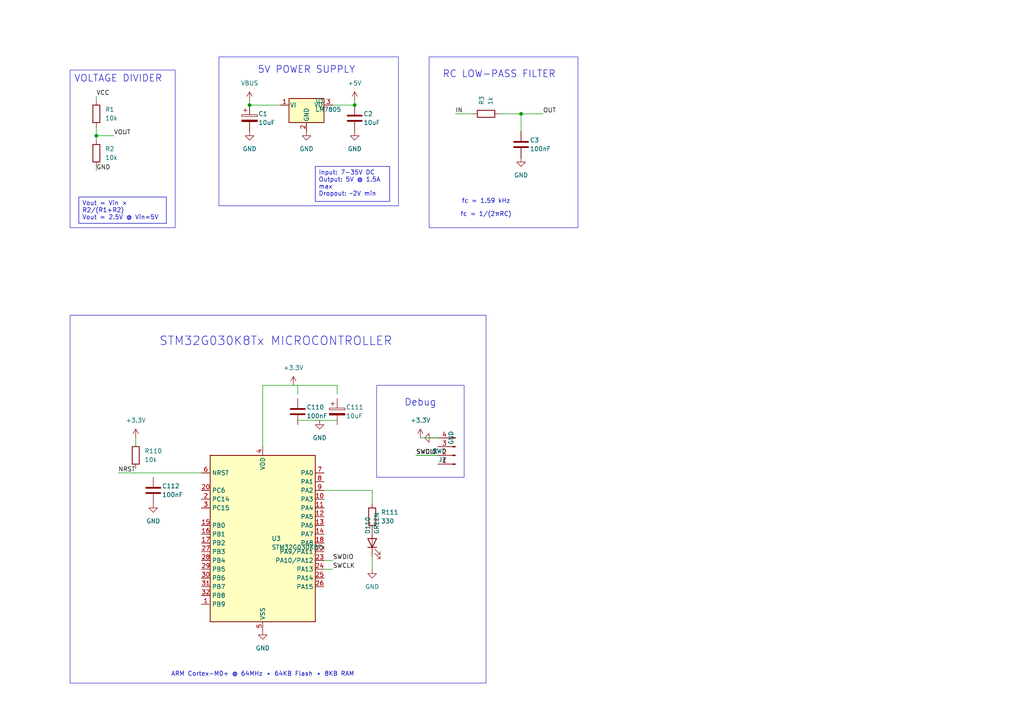
<source format=kicad_sch>
(kicad_sch (version 20250114) (generator "eeschema") (generator_version "9.0")
  (paper "A4")
  (title_block (title "Demo_All_Circuits"))
  (lib_symbols
    (symbol "Device:R" (pin_numbers (hide yes)) (pin_names (offset 0))
      (property "Reference" "R" (at 2.032 0 90))
      (property "Value" "R" (at 0 0 90))
      (symbol "R_0_1"
        (rectangle (start -1.016 -2.54) (end 1.016 2.54) (stroke (width 0.254)))
      )
      (symbol "R_1_1"
        (pin passive line (at 0 3.81 270) (length 1.27) (name "~") (number "1"))
        (pin passive line (at 0 -3.81 90) (length 1.27) (name "~") (number "2"))
      )
    )
    (symbol "Device:C_Polarized" (pin_numbers (hide yes)) (pin_names (offset 0.254))
      (property "Reference" "C" (at 0.635 2.54 0))
      (property "Value" "C_Polarized" (at 0.635 -2.54 0))
      (symbol "C_Polarized_0_1"
        (rectangle (start -2.286 0.508) (end 2.286 1.016))
        (polyline (pts (xy -1.778 2.286) (xy -0.762 2.286)))
        (polyline (pts (xy -1.27 2.794) (xy -1.27 1.778)))
        (rectangle (start 2.286 -0.508) (end -2.286 -1.016) (fill (type outline)))
      )
      (symbol "C_Polarized_1_1"
        (pin passive line (at 0 3.81 270) (length 2.794) (name "~") (number "1"))
        (pin passive line (at 0 -3.81 90) (length 2.794) (name "~") (number "2"))
      )
    )
    (symbol "Regulator_Linear:LM7805_TO220" (pin_names (offset 0.254))
      (property "Reference" "U" (at -3.81 3.175 0))
      (property "Value" "LM7805_TO220" (at 0 3.175 0))
      (symbol "LM7805_TO220_0_1"
        (rectangle (start -5.08 1.905) (end 5.08 -5.08) (stroke (width 0.254)) (fill (type background)))
      )
      (symbol "LM7805_TO220_1_1"
        (pin power_in line (at -7.62 0 0) (length 2.54) (name "VI") (number "1"))
        (pin power_in line (at 0 -7.62 90) (length 2.54) (name "GND") (number "2"))
        (pin power_out line (at 7.62 0 180) (length 2.54) (name "VO") (number "3"))
      )
    )
    (symbol "Device:C" (pin_numbers (hide yes)) (pin_names (offset 0.254))
      (property "Reference" "C" (at 0.635 2.54 0))
      (property "Value" "C" (at 0.635 -2.54 0))
      (symbol "C_0_1"
        (polyline (pts (xy -2.032 0.762) (xy 2.032 0.762)) (stroke (width 0.508)))
        (polyline (pts (xy -2.032 -0.762) (xy 2.032 -0.762)) (stroke (width 0.508)))
      )
      (symbol "C_1_1"
        (pin passive line (at 0 3.81 270) (length 2.794) (name "~") (number "1"))
        (pin passive line (at 0 -3.81 90) (length 2.794) (name "~") (number "2"))
      )
    )
    (symbol "power:VBUS" (power) (pin_numbers (hide yes)) (pin_names (offset 0) (hide yes))
      (property "Value" "VBUS" (at 0 3.556 0))
      (symbol "VBUS_0_1"
        (polyline (pts (xy -0.762 1.27) (xy 0 2.54)))
        (polyline (pts (xy 0 2.54) (xy 0.762 1.27)))
        (polyline (pts (xy 0 0) (xy 0 2.54)))
      )
      (symbol "VBUS_1_1"
        (pin power_in line (at 0 0 90) (length 0) (name "~") (number "1"))
      )
    )
    (symbol "power:+5V" (power) (pin_numbers (hide yes)) (pin_names (offset 0) (hide yes))
      (property "Value" "+5V" (at 0 3.556 0))
      (symbol "+5V_0_1"
        (polyline (pts (xy -0.762 1.27) (xy 0 2.54)))
        (polyline (pts (xy 0 2.54) (xy 0.762 1.27)))
        (polyline (pts (xy 0 0) (xy 0 2.54)))
      )
      (symbol "+5V_1_1"
        (pin power_in line (at 0 0 90) (length 0) (name "~") (number "1"))
      )
    )
    (symbol "power:GND" (power) (pin_numbers (hide yes)) (pin_names (offset 0) (hide yes))
      (property "Value" "GND" (at 0 -3.81 0))
      (symbol "GND_0_1"
        (polyline (pts (xy 0 0) (xy 0 -1.27) (xy 1.27 -1.27) (xy 0 -2.54) (xy -1.27 -1.27) (xy 0 -1.27)))
      )
      (symbol "GND_1_1"
        (pin power_in line (at 0 0 270) (length 0) (name "~") (number "1"))
      )
    )
    (symbol "MCU_ST_STM32G0:STM32G030K8Tx"
      (property "Reference" "U" (at -15.24 26.67 0))
      (property "Value" "STM32G030K8Tx" (at 2.54 26.67 0))
      (symbol "STM32G030K8Tx_0_1"
        (rectangle (start -15.24 -22.86) (end 15.24 25.4) (stroke (width 0.254)) (fill (type background)))
      )
      (symbol "STM32G030K8Tx_1_1"
        (pin input line (at -17.78 20.32 0) (length 2.54) (name "NRST") (number "6"))
        (pin bidirectional line (at -17.78 15.24 0) (length 2.54) (name "PC6") (number "20"))
        (pin bidirectional line (at -17.78 12.7 0) (length 2.54) (name "PC14") (number "2"))
        (pin bidirectional line (at -17.78 10.16 0) (length 2.54) (name "PC15") (number "3"))
        (pin bidirectional line (at -17.78 5.08 0) (length 2.54) (name "PB0") (number "15"))
        (pin bidirectional line (at -17.78 2.54 0) (length 2.54) (name "PB1") (number "16"))
        (pin bidirectional line (at -17.78 0 0) (length 2.54) (name "PB2") (number "17"))
        (pin bidirectional line (at -17.78 -2.54 0) (length 2.54) (name "PB3") (number "27"))
        (pin bidirectional line (at -17.78 -5.08 0) (length 2.54) (name "PB4") (number "28"))
        (pin bidirectional line (at -17.78 -7.62 0) (length 2.54) (name "PB5") (number "29"))
        (pin bidirectional line (at -17.78 -10.16 0) (length 2.54) (name "PB6") (number "30"))
        (pin bidirectional line (at -17.78 -12.7 0) (length 2.54) (name "PB7") (number "31"))
        (pin bidirectional line (at -17.78 -15.24 0) (length 2.54) (name "PB8") (number "32"))
        (pin bidirectional line (at -17.78 -17.78 0) (length 2.54) (name "PB9") (number "1"))
        (pin no_connect line (at -15.24 -20.32 0) (length 2.54) (hide yes) (name "NC/PA10") (number "21"))
        (pin no_connect line (at -15.24 -22.86 0) (length 2.54) (hide yes) (name "NC/PA9") (number "19"))
        (pin power_in line (at 0 27.94 270) (length 2.54) (name "VDD") (number "4"))
        (pin power_in line (at 0 -25.4 90) (length 2.54) (name "VSS") (number "5"))
        (pin bidirectional line (at 17.78 20.32 180) (length 2.54) (name "PA0") (number "7"))
        (pin bidirectional line (at 17.78 17.78 180) (length 2.54) (name "PA1") (number "8"))
        (pin bidirectional line (at 17.78 15.24 180) (length 2.54) (name "PA2") (number "9"))
        (pin bidirectional line (at 17.78 12.7 180) (length 2.54) (name "PA3") (number "10"))
        (pin bidirectional line (at 17.78 10.16 180) (length 2.54) (name "PA4") (number "11"))
        (pin bidirectional line (at 17.78 7.62 180) (length 2.54) (name "PA5") (number "12"))
        (pin bidirectional line (at 17.78 5.08 180) (length 2.54) (name "PA6") (number "13"))
        (pin bidirectional line (at 17.78 2.54 180) (length 2.54) (name "PA7") (number "14"))
        (pin bidirectional line (at 17.78 0 180) (length 2.54) (name "PA8") (number "18"))
        (pin bidirectional line (at 17.78 -2.54 180) (length 2.54) (name "PA9/PA11") (number "22"))
        (pin bidirectional line (at 17.78 -5.08 180) (length 2.54) (name "PA10/PA12") (number "23"))
        (pin bidirectional line (at 17.78 -7.62 180) (length 2.54) (name "PA13") (number "24"))
        (pin bidirectional line (at 17.78 -10.16 180) (length 2.54) (name "PA14") (number "25"))
        (pin bidirectional line (at 17.78 -12.7 180) (length 2.54) (name "PA15") (number "26"))
      )
    )
    (symbol "Device:LED" (pin_numbers (hide yes)) (pin_names (offset 1.016) (hide yes))
      (property "Reference" "D" (at 0 2.54 0))
      (property "Value" "LED" (at 0 -2.54 0))
      (symbol "LED_0_1"
        (polyline (pts (xy -3.048 -0.762) (xy -4.572 -2.286) (xy -3.81 -2.286) (xy -4.572 -2.286) (xy -4.572 -1.524)))
        (polyline (pts (xy -1.778 -0.762) (xy -3.302 -2.286) (xy -2.54 -2.286) (xy -3.302 -2.286) (xy -3.302 -1.524)))
        (polyline (pts (xy -1.27 0) (xy 1.27 0)))
        (polyline (pts (xy -1.27 -1.27) (xy -1.27 1.27)) (stroke (width 0.254)))
        (polyline (pts (xy 1.27 -1.27) (xy 1.27 1.27) (xy -1.27 0) (xy 1.27 -1.27)) (stroke (width 0.254)))
      )
      (symbol "LED_1_1"
        (pin passive line (at -3.81 0 0) (length 2.54) (name "K") (number "1"))
        (pin passive line (at 3.81 0 180) (length 2.54) (name "A") (number "2"))
      )
    )
    (symbol "Connector:Conn_01x04_Pin" (pin_names (offset 1.016) (hide yes))
      (property "Reference" "J" (at 0 5.08 0))
      (property "Value" "Conn_01x04_Pin" (at 0 -7.62 0))
      (symbol "Conn_01x04_Pin_1_1"
        (rectangle (start 0.8636 2.667) (end 0 2.413) (stroke (width 0.1524)) (fill (type outline)))
        (rectangle (start 0.8636 0.127) (end 0 -0.127) (stroke (width 0.1524)) (fill (type outline)))
        (rectangle (start 0.8636 -2.413) (end 0 -2.667) (stroke (width 0.1524)) (fill (type outline)))
        (rectangle (start 0.8636 -4.953) (end 0 -5.207) (stroke (width 0.1524)) (fill (type outline)))
        (polyline (pts (xy 1.27 2.54) (xy 0.8636 2.54)) (stroke (width 0.1524)))
        (polyline (pts (xy 1.27 0) (xy 0.8636 0)) (stroke (width 0.1524)))
        (polyline (pts (xy 1.27 -2.54) (xy 0.8636 -2.54)) (stroke (width 0.1524)))
        (polyline (pts (xy 1.27 -5.08) (xy 0.8636 -5.08)) (stroke (width 0.1524)))
        (pin passive line (at 5.08 2.54 180) (length 3.81) (name "Pin_1") (number "1"))
        (pin passive line (at 5.08 0 180) (length 3.81) (name "Pin_2") (number "2"))
        (pin passive line (at 5.08 -2.54 180) (length 3.81) (name "Pin_3") (number "3"))
        (pin passive line (at 5.08 -5.08 180) (length 3.81) (name "Pin_4") (number "4"))
      )
    )
    (symbol "power:+3.3V" (power) (pin_numbers (hide yes)) (pin_names (offset 0) (hide yes))
      (property "Value" "+3.3V" (at 0 3.556 0))
      (symbol "+3.3V_0_1"
        (polyline (pts (xy -0.762 1.27) (xy 0 2.54)))
        (polyline (pts (xy 0 2.54) (xy 0.762 1.27)))
        (polyline (pts (xy 0 0) (xy 0 2.54)))
      )
      (symbol "+3.3V_1_1"
        (pin power_in line (at 0 0 90) (length 0) (name "~") (number "1"))
      )
    )
  )
  (symbol (lib_id "Device:R") (at 27.94 33.02 0) (unit 1)
    (property "Reference" "R1" (at 30.48 31.7499 0) (effects (justify left)))
    (property "Value" "10k" (at 30.48 34.2899 0) (effects (justify left)))
  )
  (symbol (lib_id "Device:R") (at 27.94 44.45 0) (unit 1)
    (property "Reference" "R2" (at 30.48 43.1799 0) (effects (justify left)))
    (property "Value" "10k" (at 30.48 45.7199 0) (effects (justify left)))
  )
  (symbol (lib_id "Device:C_Polarized") (at 72.39 34.29 0) (unit 1)
    (property "Reference" "C1" (at 74.93 33.0199 0) (effects (justify left)))
    (property "Value" "10uF" (at 74.93 35.5599 0) (effects (justify left)))
  )
  (symbol (lib_id "Regulator_Linear:LM7805_TO220") (at 88.9 30.48 0) (unit 1)
    (property "Reference" "U1" (at 91.44 29.2099 0) (effects (justify left)))
    (property "Value" "LM7805" (at 91.44 31.7499 0) (effects (justify left)))
  )
  (symbol (lib_id "Device:C") (at 102.87 34.29 0) (unit 1)
    (property "Reference" "C2" (at 105.41 33.0199 0) (effects (justify left)))
    (property "Value" "10uF" (at 105.41 35.5599 0) (effects (justify left)))
  )
  (symbol (lib_id "power:VBUS") (at 72.39 29.21 0) (unit 1)
    (property "Reference" "#PWR01" (effects (hide yes)))
    (property "Value" "VBUS" (at 72.39 24.13 0))
  )
  (symbol (lib_id "power:+5V") (at 102.87 29.21 0) (unit 1)
    (property "Reference" "#PWR02" (effects (hide yes)))
    (property "Value" "+5V" (at 102.87 24.13 0))
  )
  (symbol (lib_id "power:GND") (at 72.39 38.1 0) (unit 1)
    (property "Reference" "#PWR03" (effects (hide yes)))
    (property "Value" "GND" (at 72.39 43.18 0))
  )
  (symbol (lib_id "power:GND") (at 88.9 38.1 0) (unit 1)
    (property "Reference" "#PWR04" (effects (hide yes)))
    (property "Value" "GND" (at 88.9 43.18 0))
  )
  (symbol (lib_id "power:GND") (at 102.87 38.1 0) (unit 1)
    (property "Reference" "#PWR05" (effects (hide yes)))
    (property "Value" "GND" (at 102.87 43.18 0))
  )
  (symbol (lib_id "Device:R") (at 140.97 33.02 90) (unit 1)
    (property "Reference" "R3" (at 139.6999 30.48 0) (effects (justify left)))
    (property "Value" "1k" (at 142.2399 30.48 0) (effects (justify left)))
  )
  (symbol (lib_id "Device:C") (at 151.13 41.91 0) (unit 1)
    (property "Reference" "C3" (at 153.67 40.6399 0) (effects (justify left)))
    (property "Value" "100nF" (at 153.67 43.1799 0) (effects (justify left)))
  )
  (symbol (lib_id "power:GND") (at 151.13 45.72 0) (unit 1)
    (property "Reference" "#PWR06" (effects (hide yes)))
    (property "Value" "GND" (at 151.13 50.8 0))
  )
  (symbol (lib_id "MCU_ST_STM32G0:STM32G030K8Tx") (at 76.2 157.48 0) (unit 1)
    (property "Reference" "U3" (at 78.74 156.2099 0) (effects (justify left)))
    (property "Value" "STM32G030K8Tx" (at 78.74 158.7499 0) (effects (justify left)))
  )
  (symbol (lib_id "Device:R") (at 39.37 132.08 0) (unit 1)
    (property "Reference" "R110" (at 41.91 130.8099 0) (effects (justify left)))
    (property "Value" "10k" (at 41.91 133.3499 0) (effects (justify left)))
  )
  (symbol (lib_id "Device:R") (at 107.95 149.86 0) (unit 1)
    (property "Reference" "R111" (at 110.49 148.5899 0) (effects (justify left)))
    (property "Value" "330" (at 110.49 151.1299 0) (effects (justify left)))
  )
  (symbol (lib_id "Device:LED") (at 107.95 157.48 90) (unit 1)
    (property "Reference" "D110" (at 106.6799 154.94 0) (effects (justify left)))
    (property "Value" "GREEN" (at 109.2199 154.94 0) (effects (justify left)))
  )
  (symbol (lib_id "Device:C") (at 86.36 119.38 0) (unit 1)
    (property "Reference" "C110" (at 88.9 118.1099 0) (effects (justify left)))
    (property "Value" "100nF" (at 88.9 120.6499 0) (effects (justify left)))
  )
  (symbol (lib_id "Device:C_Polarized") (at 97.79 119.38 0) (unit 1)
    (property "Reference" "C111" (at 100.33 118.1099 0) (effects (justify left)))
    (property "Value" "10uF" (at 100.33 120.6499 0) (effects (justify left)))
  )
  (symbol (lib_id "Device:C") (at 44.45 142.24 0) (unit 1)
    (property "Reference" "C112" (at 46.99 140.9699 0) (effects (justify left)))
    (property "Value" "100nF" (at 46.99 143.5099 0) (effects (justify left)))
  )
  (symbol (lib_id "Connector:Conn_01x04_Pin") (at 132.08 132.08 180) (unit 1)
    (property "Reference" "J2" (at 129.54 133.3501 0) (effects (justify left)))
    (property "Value" "SWD" (at 129.54 130.8101 0) (effects (justify left)))
  )
  (symbol (lib_id "power:+3.3V") (at 85.09 111.76 0) (unit 1)
    (property "Reference" "#PWR120" (effects (hide yes)))
    (property "Value" "+3.3V" (at 85.09 106.68 0))
  )
  (symbol (lib_id "power:+3.3V") (at 121.92 127 0) (unit 1)
    (property "Reference" "#PWR121" (effects (hide yes)))
    (property "Value" "+3.3V" (at 121.92 121.92 0))
  )
  (symbol (lib_id "power:+3.3V") (at 39.37 127 0) (unit 1)
    (property "Reference" "#PWR122" (effects (hide yes)))
    (property "Value" "+3.3V" (at 39.37 121.92 0))
  )
  (symbol (lib_id "power:GND") (at 107.95 165.1 0) (unit 1)
    (property "Reference" "#PWR123" (effects (hide yes)))
    (property "Value" "GND" (at 107.95 170.18 0))
  )
  (symbol (lib_id "power:GND") (at 92.71 121.92 0) (unit 1)
    (property "Reference" "#PWR124" (effects (hide yes)))
    (property "Value" "GND" (at 92.71 127 0))
  )
  (symbol (lib_id "power:GND") (at 76.2 182.88 0) (unit 1)
    (property "Reference" "#PWR125" (effects (hide yes)))
    (property "Value" "GND" (at 76.2 187.96 0))
  )
  (symbol (lib_id "power:GND") (at 44.45 146.05 0) (unit 1)
    (property "Reference" "#PWR126" (effects (hide yes)))
    (property "Value" "GND" (at 44.45 151.13 0))
  )
  (symbol (lib_id "power:GND") (at 125.73 127 270) (unit 1)
    (property "Reference" "#PWR127" (effects (hide yes)))
    (property "Value" "GND" (at 130.81 127 0))
  )
  (wire (pts (xy 27.94 27.94) (xy 27.94 29.21)))
  (wire (pts (xy 27.94 36.83) (xy 27.94 39.37)))
  (wire (pts (xy 27.94 39.37) (xy 27.94 40.64)))
  (wire (pts (xy 27.94 48.26) (xy 27.94 49.53)))
  (wire (pts (xy 27.94 39.37) (xy 33.02 39.37)))
  (wire (pts (xy 72.39 29.21) (xy 72.39 30.48)))
  (wire (pts (xy 72.39 30.48) (xy 72.39 30.48)))
  (wire (pts (xy 72.39 30.48) (xy 81.28 30.48)))
  (wire (pts (xy 96.52 30.48) (xy 102.87 30.48)))
  (wire (pts (xy 102.87 30.48) (xy 102.87 30.48)))
  (wire (pts (xy 102.87 30.48) (xy 102.87 29.21)))
  (wire (pts (xy 72.39 38.1) (xy 72.39 38.1)))
  (wire (pts (xy 88.9 38.1) (xy 88.9 38.1)))
  (wire (pts (xy 102.87 38.1) (xy 102.87 38.1)))
  (wire (pts (xy 132.08 33.02) (xy 137.16 33.02)))
  (wire (pts (xy 144.78 33.02) (xy 151.13 33.02)))
  (wire (pts (xy 151.13 33.02) (xy 157.48 33.02)))
  (wire (pts (xy 151.13 33.02) (xy 151.13 38.1)))
  (wire (pts (xy 151.13 45.72) (xy 151.13 45.72)))
  (wire (pts (xy 86.36 121.92) (xy 92.71 121.92)))
  (wire (pts (xy 92.71 121.92) (xy 97.79 121.92)))
  (wire (pts (xy 76.2 111.76) (xy 85.09 111.76)))
  (wire (pts (xy 85.09 111.76) (xy 86.36 111.76)))
  (wire (pts (xy 86.36 111.76) (xy 97.79 111.76)))
  (wire (pts (xy 76.2 111.76) (xy 76.2 130.81)))
  (wire (pts (xy 85.09 111.76) (xy 85.09 111.76)))
  (wire (pts (xy 86.36 111.76) (xy 86.36 114.3)))
  (wire (pts (xy 97.79 111.76) (xy 97.79 114.3)))
  (wire (pts (xy 39.37 137.16) (xy 44.45 137.16)))
  (wire (pts (xy 44.45 137.16) (xy 58.42 137.16)))
  (wire (pts (xy 34.29 137.16) (xy 39.37 137.16)))
  (wire (pts (xy 39.37 129.54) (xy 39.37 127)))
  (wire (pts (xy 93.98 142.24) (xy 107.95 142.24)))
  (wire (pts (xy 107.95 142.24) (xy 107.95 146.05)))
  (wire (pts (xy 107.95 152.4) (xy 107.95 152.4)))
  (wire (pts (xy 107.95 160.02) (xy 107.95 165.1)))
  (wire (pts (xy 121.92 127) (xy 127 127)))
  (wire (pts (xy 125.73 127) (xy 127 127)))
  (wire (pts (xy 120.65 132.08) (xy 127 132.08)))
  (wire (pts (xy 120.65 132.08) (xy 127 132.08)))
  (wire (pts (xy 96.52 162.56) (xy 93.98 162.56)))
  (wire (pts (xy 96.52 165.1) (xy 93.98 165.1)))
  (junction (at 27.94 39.37))
  (junction (at 72.39 30.48))
  (junction (at 102.87 30.48))
  (junction (at 151.13 33.02))
  (label "VCC" (at 27.94 27.94 0))
  (label "VOUT" (at 33.02 39.37 0))
  (label "GND" (at 27.94 49.53 0))
  (label "IN" (at 132.08 33.02 0))
  (label "OUT" (at 157.48 33.02 0))
  (label "NRST" (at 34.29 137.16 0))
  (label "SWDIO" (at 96.52 162.56 0))
  (label "SWCLK" (at 96.52 165.1 0))
  (label "SWDIO" (at 120.65 132.08 0))
  (label "SWCLK" (at 120.65 132.08 0))
  (rectangle (start 20.32 20.32) (end 50.8 66.04) (stroke (width 0.127)))
  (rectangle (start 63.5 16.51) (end 115.57 59.69) (stroke (width 0.127)))
  (rectangle (start 124.46 16.51) (end 167.64 66.04) (stroke (width 0.127)))
  (rectangle (start 20.32 91.44) (end 140.97 198.12) (stroke (width 0.127)))
  (rectangle (start 109.22 111.76) (end 134.62 138.43) (stroke (width 0.127)))
  (text "VOLTAGE DIVIDER" (at 34.29 22.86 0.0000) (effects (font (size 2 2))))
  (text "5V POWER SUPPLY" (at 88.9 20.32 0.0000) (effects (font (size 2 2))))
  (text "RC LOW-PASS FILTER" (at 144.78 21.59 0.0000) (effects (font (size 2 2))))
  (text "fc = 1.59 kHz" (at 140.97 58.42 0.0000) (effects (font (size 1.27 1.27))))
  (text "fc = 1/(2πRC)" (at 140.97 62.23 0.0000) (effects (font (size 1.27 1.27))))
  (text "STM32G030K8Tx MICROCONTROLLER" (at 80.01 99.06 0.0000) (effects (font (size 2.5 2.5))))
  (text "ARM Cortex-M0+ @ 64MHz • 64KB Flash • 8KB RAM" (at 76.2 195.58 0.0000) (effects (font (size 1.27 1.27))))
  (text "Debug" (at 121.92 116.84 0.0000) (effects (font (size 2 2))))
  (text_box "Vout = Vin × R2/(R1+R2)\nVout = 2.5V @ Vin=5V" (at 22.86 57.15 0.0000) (size 25.4 7.62) (margins 0.9525 0.9525 0.9525 0.9525) (effects (font (size 1.27 1.27)) (justify left top)))
  (text_box "Input: 7-35V DC\nOutput: 5V @ 1.5A max\nDropout: ~2V min" (at 91.44 48.26 0.0000) (size 21.59 10.16) (margins 0.9525 0.9525 0.9525 0.9525) (effects (font (size 1.27 1.27)) (justify left top)))
)
</source>
